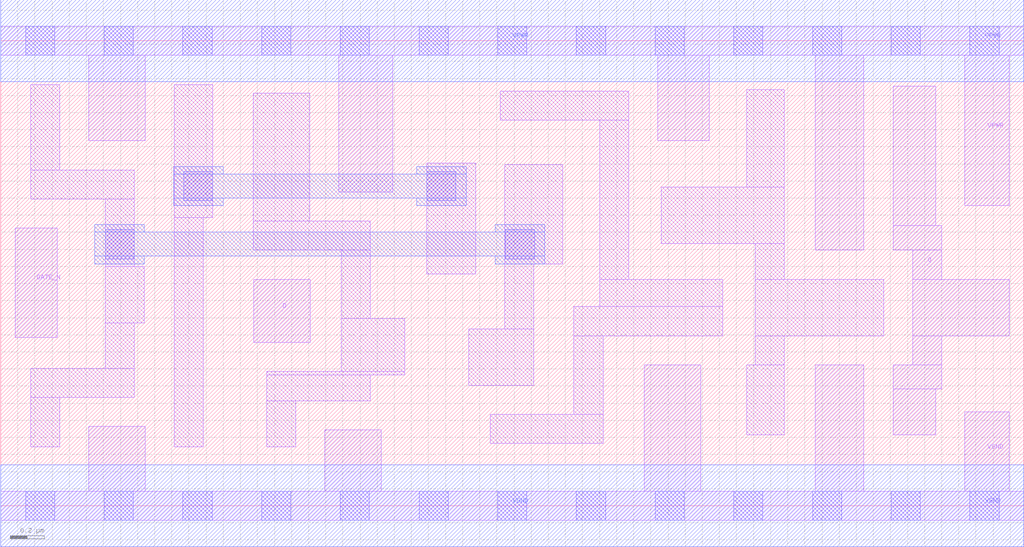
<source format=lef>
# Copyright 2020 The SkyWater PDK Authors
#
# Licensed under the Apache License, Version 2.0 (the "License");
# you may not use this file except in compliance with the License.
# You may obtain a copy of the License at
#
#     https://www.apache.org/licenses/LICENSE-2.0
#
# Unless required by applicable law or agreed to in writing, software
# distributed under the License is distributed on an "AS IS" BASIS,
# WITHOUT WARRANTIES OR CONDITIONS OF ANY KIND, either express or implied.
# See the License for the specific language governing permissions and
# limitations under the License.
#
# SPDX-License-Identifier: Apache-2.0

VERSION 5.7 ;
  NAMESCASESENSITIVE ON ;
  NOWIREEXTENSIONATPIN ON ;
  DIVIDERCHAR "/" ;
  BUSBITCHARS "[]" ;
UNITS
  DATABASE MICRONS 200 ;
END UNITS
MACRO sky130_fd_sc_hd__dlxtn_2
  CLASS CORE ;
  SOURCE USER ;
  FOREIGN sky130_fd_sc_hd__dlxtn_2 ;
  ORIGIN  0.000000  0.000000 ;
  SIZE  5.980000 BY  2.720000 ;
  SYMMETRY X Y R90 ;
  SITE unithd ;
  PIN D
    ANTENNAGATEAREA  0.159000 ;
    DIRECTION INPUT ;
    USE SIGNAL ;
    PORT
      LAYER li1 ;
        RECT 1.480000 0.955000 1.810000 1.325000 ;
    END
  END D
  PIN Q
    ANTENNADIFFAREA  0.445500 ;
    DIRECTION OUTPUT ;
    USE SIGNAL ;
    PORT
      LAYER li1 ;
        RECT 5.215000 0.415000 5.465000 0.685000 ;
        RECT 5.215000 0.685000 5.500000 0.825000 ;
        RECT 5.215000 1.495000 5.500000 1.640000 ;
        RECT 5.215000 1.640000 5.465000 2.455000 ;
        RECT 5.330000 0.825000 5.500000 0.995000 ;
        RECT 5.330000 0.995000 5.895000 1.325000 ;
        RECT 5.330000 1.325000 5.500000 1.495000 ;
    END
  END Q
  PIN GATE_N
    ANTENNAGATEAREA  0.159000 ;
    DIRECTION INPUT ;
    USE CLOCK ;
    PORT
      LAYER li1 ;
        RECT 0.085000 0.985000 0.330000 1.625000 ;
    END
  END GATE_N
  PIN VGND
    DIRECTION INOUT ;
    SHAPE ABUTMENT ;
    USE GROUND ;
    PORT
      LAYER li1 ;
        RECT 0.000000 -0.085000 5.980000 0.085000 ;
        RECT 0.515000  0.085000 0.845000 0.465000 ;
        RECT 1.895000  0.085000 2.225000 0.445000 ;
        RECT 3.760000  0.085000 4.090000 0.825000 ;
        RECT 4.760000  0.085000 5.045000 0.825000 ;
        RECT 5.635000  0.085000 5.895000 0.550000 ;
      LAYER mcon ;
        RECT 0.145000 -0.085000 0.315000 0.085000 ;
        RECT 0.605000 -0.085000 0.775000 0.085000 ;
        RECT 1.065000 -0.085000 1.235000 0.085000 ;
        RECT 1.525000 -0.085000 1.695000 0.085000 ;
        RECT 1.985000 -0.085000 2.155000 0.085000 ;
        RECT 2.445000 -0.085000 2.615000 0.085000 ;
        RECT 2.905000 -0.085000 3.075000 0.085000 ;
        RECT 3.365000 -0.085000 3.535000 0.085000 ;
        RECT 3.825000 -0.085000 3.995000 0.085000 ;
        RECT 4.285000 -0.085000 4.455000 0.085000 ;
        RECT 4.745000 -0.085000 4.915000 0.085000 ;
        RECT 5.205000 -0.085000 5.375000 0.085000 ;
        RECT 5.665000 -0.085000 5.835000 0.085000 ;
      LAYER met1 ;
        RECT 0.000000 -0.240000 5.980000 0.240000 ;
    END
  END VGND
  PIN VPWR
    DIRECTION INOUT ;
    SHAPE ABUTMENT ;
    USE POWER ;
    PORT
      LAYER li1 ;
        RECT 0.000000 2.635000 5.980000 2.805000 ;
        RECT 0.515000 2.135000 0.845000 2.635000 ;
        RECT 1.975000 1.835000 2.290000 2.635000 ;
        RECT 3.840000 2.135000 4.140000 2.635000 ;
        RECT 4.760000 1.495000 5.045000 2.635000 ;
        RECT 5.635000 1.755000 5.895000 2.635000 ;
      LAYER mcon ;
        RECT 0.145000 2.635000 0.315000 2.805000 ;
        RECT 0.605000 2.635000 0.775000 2.805000 ;
        RECT 1.065000 2.635000 1.235000 2.805000 ;
        RECT 1.525000 2.635000 1.695000 2.805000 ;
        RECT 1.985000 2.635000 2.155000 2.805000 ;
        RECT 2.445000 2.635000 2.615000 2.805000 ;
        RECT 2.905000 2.635000 3.075000 2.805000 ;
        RECT 3.365000 2.635000 3.535000 2.805000 ;
        RECT 3.825000 2.635000 3.995000 2.805000 ;
        RECT 4.285000 2.635000 4.455000 2.805000 ;
        RECT 4.745000 2.635000 4.915000 2.805000 ;
        RECT 5.205000 2.635000 5.375000 2.805000 ;
        RECT 5.665000 2.635000 5.835000 2.805000 ;
      LAYER met1 ;
        RECT 0.000000 2.480000 5.980000 2.960000 ;
    END
  END VPWR
  OBS
    LAYER li1 ;
      RECT 0.175000 0.345000 0.345000 0.635000 ;
      RECT 0.175000 0.635000 0.780000 0.805000 ;
      RECT 0.175000 1.795000 0.780000 1.965000 ;
      RECT 0.175000 1.965000 0.345000 2.465000 ;
      RECT 0.610000 0.805000 0.780000 1.070000 ;
      RECT 0.610000 1.070000 0.840000 1.400000 ;
      RECT 0.610000 1.400000 0.780000 1.795000 ;
      RECT 1.015000 0.345000 1.185000 1.685000 ;
      RECT 1.015000 1.685000 1.240000 2.465000 ;
      RECT 1.475000 1.495000 2.160000 1.665000 ;
      RECT 1.475000 1.665000 1.805000 2.415000 ;
      RECT 1.555000 0.345000 1.725000 0.615000 ;
      RECT 1.555000 0.615000 2.160000 0.765000 ;
      RECT 1.555000 0.765000 2.360000 0.785000 ;
      RECT 1.990000 0.785000 2.360000 1.095000 ;
      RECT 1.990000 1.095000 2.160000 1.495000 ;
      RECT 2.490000 1.355000 2.775000 2.005000 ;
      RECT 2.735000 0.705000 3.115000 1.035000 ;
      RECT 2.860000 0.365000 3.520000 0.535000 ;
      RECT 2.920000 2.255000 3.670000 2.425000 ;
      RECT 2.945000 1.035000 3.115000 1.415000 ;
      RECT 2.945000 1.415000 3.285000 1.995000 ;
      RECT 3.350000 0.535000 3.520000 0.995000 ;
      RECT 3.350000 0.995000 4.220000 1.165000 ;
      RECT 3.500000 1.165000 4.220000 1.325000 ;
      RECT 3.500000 1.325000 3.670000 2.255000 ;
      RECT 3.860000 1.535000 4.580000 1.865000 ;
      RECT 4.360000 0.415000 4.580000 0.825000 ;
      RECT 4.360000 1.865000 4.580000 2.435000 ;
      RECT 4.410000 0.825000 4.580000 0.995000 ;
      RECT 4.410000 0.995000 5.160000 1.325000 ;
      RECT 4.410000 1.325000 4.580000 1.535000 ;
    LAYER mcon ;
      RECT 0.610000 1.445000 0.780000 1.615000 ;
      RECT 1.070000 1.785000 1.240000 1.955000 ;
      RECT 2.490000 1.785000 2.660000 1.955000 ;
      RECT 2.950000 1.445000 3.120000 1.615000 ;
    LAYER met1 ;
      RECT 0.550000 1.415000 0.840000 1.460000 ;
      RECT 0.550000 1.460000 3.180000 1.600000 ;
      RECT 0.550000 1.600000 0.840000 1.645000 ;
      RECT 1.010000 1.755000 1.300000 1.800000 ;
      RECT 1.010000 1.800000 2.720000 1.940000 ;
      RECT 1.010000 1.940000 1.300000 1.985000 ;
      RECT 2.430000 1.755000 2.720000 1.800000 ;
      RECT 2.430000 1.940000 2.720000 1.985000 ;
      RECT 2.890000 1.415000 3.180000 1.460000 ;
      RECT 2.890000 1.600000 3.180000 1.645000 ;
  END
END sky130_fd_sc_hd__dlxtn_2
END LIBRARY

</source>
